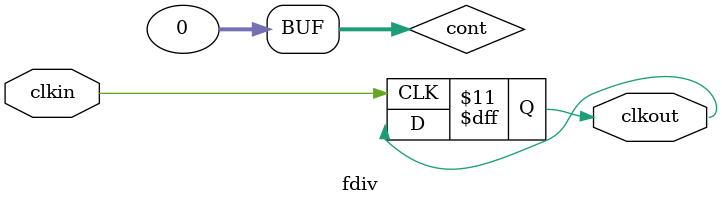
<source format=sv>
module fdiv(
input clkin,
output logic clkout
);



integer cont;

assign cont = 0;
  
always @(posedge clkin)
  begin
	if (cont==25000000)
		begin
			cont = 0;
			clkout = ~clkout;
		end
		else
		begin
			cont = cont+1;
			clkout = clkout;
		end
   end
endmodule
</source>
